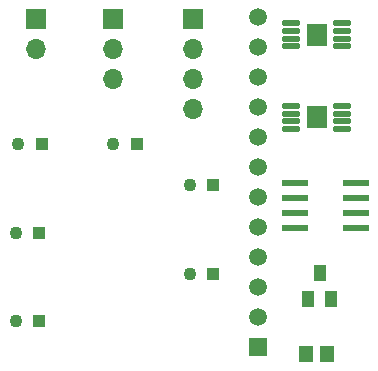
<source format=gbr>
%TF.GenerationSoftware,KiCad,Pcbnew,(6.0.5)*%
%TF.CreationDate,2023-06-19T00:58:59+02:00*%
%TF.ProjectId,PCB_Suelo,5043425f-5375-4656-9c6f-2e6b69636164,rev?*%
%TF.SameCoordinates,Original*%
%TF.FileFunction,Soldermask,Bot*%
%TF.FilePolarity,Negative*%
%FSLAX46Y46*%
G04 Gerber Fmt 4.6, Leading zero omitted, Abs format (unit mm)*
G04 Created by KiCad (PCBNEW (6.0.5)) date 2023-06-19 00:58:59*
%MOMM*%
%LPD*%
G01*
G04 APERTURE LIST*
G04 Aperture macros list*
%AMRoundRect*
0 Rectangle with rounded corners*
0 $1 Rounding radius*
0 $2 $3 $4 $5 $6 $7 $8 $9 X,Y pos of 4 corners*
0 Add a 4 corners polygon primitive as box body*
4,1,4,$2,$3,$4,$5,$6,$7,$8,$9,$2,$3,0*
0 Add four circle primitives for the rounded corners*
1,1,$1+$1,$2,$3*
1,1,$1+$1,$4,$5*
1,1,$1+$1,$6,$7*
1,1,$1+$1,$8,$9*
0 Add four rect primitives between the rounded corners*
20,1,$1+$1,$2,$3,$4,$5,0*
20,1,$1+$1,$4,$5,$6,$7,0*
20,1,$1+$1,$6,$7,$8,$9,0*
20,1,$1+$1,$8,$9,$2,$3,0*%
G04 Aperture macros list end*
%ADD10R,2.200000X0.600000*%
%ADD11RoundRect,0.028800X0.696200X0.211200X-0.696200X0.211200X-0.696200X-0.211200X0.696200X-0.211200X0*%
%ADD12RoundRect,0.028800X-0.696200X-0.211200X0.696200X-0.211200X0.696200X0.211200X-0.696200X0.211200X0*%
%ADD13R,1.680000X1.880000*%
%ADD14R,1.000000X1.400000*%
%ADD15R,1.508000X1.508000*%
%ADD16C,1.508000*%
%ADD17R,1.700000X1.700000*%
%ADD18O,1.700000X1.700000*%
%ADD19R,1.100000X1.100000*%
%ADD20C,1.100000*%
%ADD21R,1.150000X1.450000*%
G04 APERTURE END LIST*
D10*
%TO.C,U1*%
X148100000Y-54615000D03*
X142900000Y-54615000D03*
X148100000Y-53345000D03*
X148100000Y-55885000D03*
X148100000Y-57155000D03*
X142900000Y-53345000D03*
X142900000Y-55885000D03*
X142900000Y-57155000D03*
%TD*%
D11*
%TO.C,R2*%
X146910000Y-46775000D03*
X146910000Y-47425000D03*
X146910000Y-48075000D03*
X146910000Y-48725000D03*
D12*
X142590000Y-48725000D03*
X142590000Y-48075000D03*
X142590000Y-47425000D03*
X142590000Y-46775000D03*
D13*
X144750000Y-47750000D03*
%TD*%
D11*
%TO.C,R1*%
X146910000Y-39775000D03*
X146910000Y-40425000D03*
X146910000Y-41075000D03*
X146910000Y-41725000D03*
D12*
X142590000Y-41725000D03*
X142590000Y-41075000D03*
X142590000Y-40425000D03*
X142590000Y-39775000D03*
D13*
X144750000Y-40750000D03*
%TD*%
D14*
%TO.C,Q1*%
X145000000Y-60900000D03*
X144050000Y-63100000D03*
X145950000Y-63100000D03*
%TD*%
D15*
%TO.C,PS1*%
X139750000Y-67220000D03*
D16*
X139750000Y-64680000D03*
X139750000Y-62140000D03*
X139750000Y-59600000D03*
X139750000Y-57060000D03*
X139750000Y-54520000D03*
X139750000Y-51980000D03*
X139750000Y-49440000D03*
X139750000Y-46900000D03*
X139750000Y-44360000D03*
X139750000Y-41820000D03*
X139750000Y-39280000D03*
%TD*%
D17*
%TO.C,J3*%
X121000000Y-39460000D03*
D18*
X121000000Y-42000000D03*
%TD*%
%TO.C,J2*%
X134250000Y-47080000D03*
X134250000Y-44540000D03*
X134250000Y-42000000D03*
D17*
X134250000Y-39460000D03*
%TD*%
%TO.C,J1*%
X127500000Y-39460000D03*
D18*
X127500000Y-42000000D03*
X127500000Y-44540000D03*
%TD*%
D19*
%TO.C,C7*%
X121250000Y-65000000D03*
D20*
X119250000Y-65000000D03*
%TD*%
%TO.C,C6*%
X119250000Y-57500000D03*
D19*
X121250000Y-57500000D03*
%TD*%
D20*
%TO.C,C5*%
X119500000Y-50000000D03*
D19*
X121500000Y-50000000D03*
%TD*%
D20*
%TO.C,C4*%
X127500000Y-50000000D03*
D19*
X129500000Y-50000000D03*
%TD*%
D21*
%TO.C,C3*%
X145650000Y-67750000D03*
X143850000Y-67750000D03*
%TD*%
D19*
%TO.C,C2*%
X136000000Y-61000000D03*
D20*
X134000000Y-61000000D03*
%TD*%
%TO.C,C1*%
X134000000Y-53500000D03*
D19*
X136000000Y-53500000D03*
%TD*%
M02*

</source>
